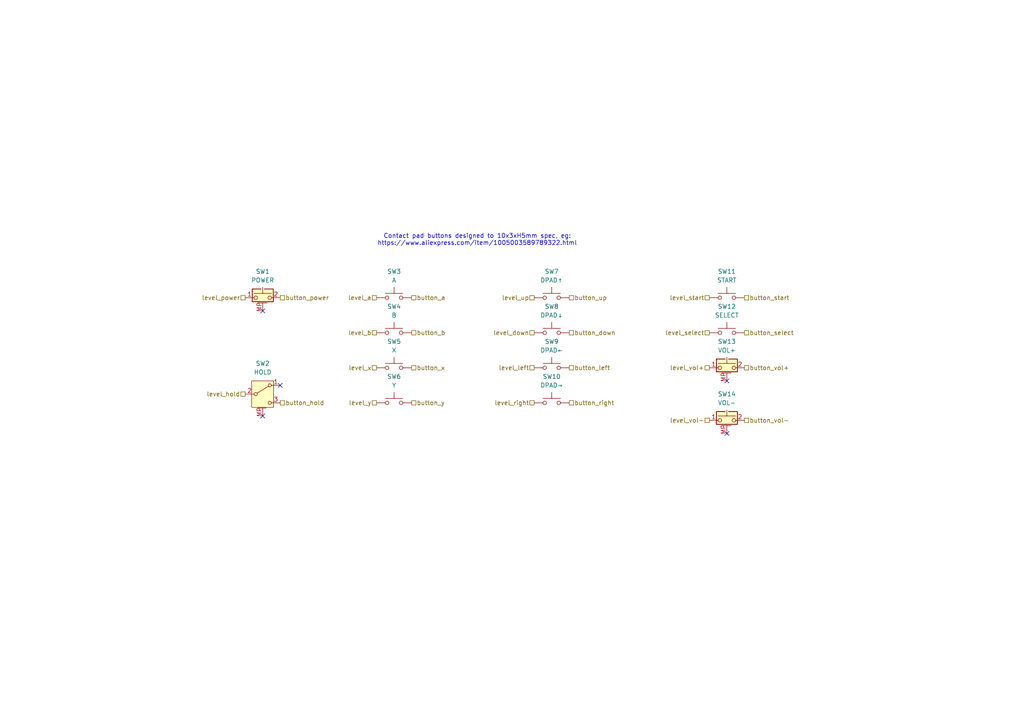
<source format=kicad_sch>
(kicad_sch (version 20250114) (generator "eeschema") (generator_version "9.0")
  (paper "A4")
  (title_block (title "Buttons") (date "2024-11-14") (rev "Rev1") (comment 1 "Author: Aidan MacDonald"))
  (lib_symbols
    (symbol "Switch:SW_Push" (pin_numbers (hide yes)) (pin_names (offset 1.016) (hide yes))
      (property "Reference" "SW" (at 1.27 2.54 0))
      (property "Value" "SW_Push" (at 0 -1.524 0))
      (symbol "SW_Push_0_1"
        (circle (center -2.032 0) (radius 0.508))
        (polyline (pts (xy 0 1.27) (xy 0 3.048)))
        (circle (center 2.032 0) (radius 0.508))
        (polyline (pts (xy 2.54 1.27) (xy -2.54 1.27)))
        (pin passive line (at -5.08 0 0) (length 2.54) (name "1") (number "1"))
        (pin passive line (at 5.08 0 180) (length 2.54) (name "2") (number "2"))
      )
    )
    (symbol "echoplayer:SW_Push_MountingPin" (pin_names (offset 1.016) (hide yes))
      (property "Reference" "SW" (at 4.318 2.032 0))
      (property "Value" "SW_Push_MountingPin" (at 0 4.572 0))
      (symbol "SW_Push_MountingPin_0_1"
        (circle (center -2.032 0) (radius 0.508))
        (polyline (pts (xy 0 1.27) (xy 0 3.048)))
        (polyline (pts (xy 0.508 2.54) (xy 3.048 2.54) (xy 3.048 -1.143) (xy -3.048 -1.143) (xy -3.048 2.54) (xy -0.508 2.54)) (stroke (width -0.0254)))
        (polyline (pts (xy 0.508 2.54) (xy 3.048 2.54) (xy 3.048 -1.143) (xy -3.048 -1.143) (xy -3.048 2.54) (xy -0.508 2.54)) (stroke (width 0.254)))
        (polyline (pts (xy 1.27 -1.524) (xy -1.27 -1.524)))
        (circle (center 2.032 0) (radius 0.508))
        (polyline (pts (xy 2.54 1.27) (xy -2.54 1.27)))
        (pin passive line (at -5.08 0 0) (length 2.54) (name "1") (number "1"))
        (pin passive line (at 5.08 0 180) (length 2.54) (name "2") (number "2"))
      )
      (symbol "SW_Push_MountingPin_1_1"
        (rectangle (start -3.048 2.54) (end 3.048 -1.27) (stroke (width -0.0254)) (fill (type background)))
        (pin passive line (at 0 -3.81 90) (length 2.286) (name "B") (number "MP"))
      )
    )
    (symbol "echoplayer:SW_SPDT_MountingPin" (pin_names (offset 0) (hide yes))
      (property "Reference" "SW" (at 0 5.08 0))
      (property "Value" "SW_SPDT_MountingPin" (at 0 -9.398 0))
      (symbol "SW_SPDT_MountingPin_0_1"
        (circle (center -2.032 0) (radius 0.4572))
        (polyline (pts (xy -1.651 0.254) (xy 1.651 2.286)))
        (polyline (pts (xy -1.27 -4.064) (xy 1.016 -4.064)))
        (circle (center 2.032 2.54) (radius 0.4572))
        (circle (center 2.032 -2.54) (radius 0.4572))
      )
      (symbol "SW_SPDT_MountingPin_1_1"
        (rectangle (start -3.175 3.81) (end 3.175 -3.81) (fill (type background)))
        (pin passive line (at -5.08 0 0) (length 2.54) (name "B") (number "2"))
        (pin passive line (at 0 -6.35 90) (length 2.286) (name "MP") (number "MP"))
        (pin passive line (at 5.08 2.54 180) (length 2.54) (name "A") (number "1"))
        (pin passive line (at 5.08 -2.54 180) (length 2.54) (name "C") (number "3"))
      )
    )
  )
  (text "Contact pad buttons designed to 10x3xH5mm spec, eg:\nhttps://www.aliexpress.com/item/1005003589789322.html" (at 138.43 69.596 0) (effects (font (size 1.27 1.27))))
  (no_connect (at 76.2 90.17))
  (no_connect (at 81.28 111.76))
  (no_connect (at 210.82 125.73))
  (no_connect (at 76.2 120.65))
  (no_connect (at 210.82 110.49))
  (hierarchical_label "button_right" (shape passive) (at 165.1 116.84 0))
  (hierarchical_label "button_a" (shape passive) (at 119.38 86.36 0))
  (hierarchical_label "button_hold" (shape passive) (at 81.28 116.84 0))
  (hierarchical_label "level_down" (shape passive) (at 154.94 96.52 180))
  (hierarchical_label "level_left" (shape passive) (at 154.94 106.68 180))
  (hierarchical_label "button_power" (shape passive) (at 81.28 86.36 0))
  (hierarchical_label "level_b" (shape passive) (at 109.22 96.52 180))
  (hierarchical_label "level_select" (shape passive) (at 205.74 96.52 180))
  (hierarchical_label "button_b" (shape passive) (at 119.38 96.52 0))
  (hierarchical_label "button_x" (shape passive) (at 119.38 106.68 0))
  (hierarchical_label "level_power" (shape passive) (at 71.12 86.36 180))
  (hierarchical_label "level_up" (shape passive) (at 154.94 86.36 180))
  (hierarchical_label "button_start" (shape passive) (at 215.9 86.36 0))
  (hierarchical_label "button_vol+" (shape passive) (at 215.9 106.68 0))
  (hierarchical_label "button_left" (shape passive) (at 165.1 106.68 0))
  (hierarchical_label "level_vol+" (shape passive) (at 205.74 106.68 180))
  (hierarchical_label "button_vol-" (shape passive) (at 215.9 121.92 0))
  (hierarchical_label "level_hold" (shape passive) (at 71.12 114.3 180))
  (hierarchical_label "button_y" (shape passive) (at 119.38 116.84 0))
  (hierarchical_label "button_select" (shape passive) (at 215.9 96.52 0))
  (hierarchical_label "button_down" (shape passive) (at 165.1 96.52 0))
  (hierarchical_label "level_y" (shape passive) (at 109.22 116.84 180))
  (hierarchical_label "button_up" (shape passive) (at 165.1 86.36 0))
  (hierarchical_label "level_x" (shape passive) (at 109.22 106.68 180))
  (hierarchical_label "level_right" (shape passive) (at 154.94 116.84 180))
  (hierarchical_label "level_a" (shape passive) (at 109.22 86.36 180))
  (hierarchical_label "level_vol-" (shape passive) (at 205.74 121.92 180))
  (hierarchical_label "level_start" (shape passive) (at 205.74 86.36 180))
  (symbol (lib_id "Switch:SW_Push") (at 114.3 96.52 0) (unit 1)
    (property "Reference" "SW4" (at 114.3 88.9 0))
    (property "Value" "B" (at 114.3 91.44 0))
    (property "Footprint" "echoplayer:Switch_ContactPad_10x3mm_Cross" (effects (hide yes)))
    (property "Description" "Push button switch, generic, two pins" (effects (hide yes)))
  )
  (symbol (lib_id "Switch:SW_Push") (at 210.82 96.52 0) (unit 1)
    (property "Reference" "SW12" (at 210.82 88.9 0))
    (property "Value" "SELECT" (at 210.82 91.44 0))
    (property "Footprint" "echoplayer:Switch_XUNPU_TS-1088-AR" (effects (hide yes)))
    (property "Datasheet" "https://www.lcsc.com/datasheet/lcsc_datasheet_2409302330_XUNPU-TS-1088-AR02016_C720477.pdf" (effects (hide yes)))
    (property "Description" "Push button switch, generic, two pins" (effects (hide yes)))
    (property "LCSC#" "C720477" (effects (hide yes)))
  )
  (symbol (lib_id "Switch:SW_Push") (at 160.02 86.36 0) (unit 1)
    (property "Reference" "SW7" (at 160.02 78.74 0))
    (property "Value" "DPAD↑" (at 160.02 81.28 0))
    (property "Footprint" "echoplayer:Switch_ContactPad_10x3mm_Cross" (effects (hide yes)))
    (property "Description" "Push button switch, generic, two pins" (effects (hide yes)))
  )
  (symbol (lib_id "Switch:SW_Push") (at 114.3 106.68 0) (unit 1)
    (property "Reference" "SW5" (at 114.3 99.06 0))
    (property "Value" "X" (at 114.3 101.6 0))
    (property "Footprint" "echoplayer:Switch_ContactPad_10x3mm_Cross" (effects (hide yes)))
    (property "Description" "Push button switch, generic, two pins" (effects (hide yes)))
  )
  (symbol (lib_id "echoplayer:SW_Push_MountingPin") (at 210.82 106.68 0) (unit 1)
    (property "Reference" "SW13" (at 210.82 99.06 0))
    (property "Value" "VOL+" (at 210.82 101.6 0))
    (property "Footprint" "echoplayer:Switch_XKB_TS-1010-C-A" (effects (hide yes)))
    (property "Description" "Generic push-button switch, two contact pins and shield pin(s)" (effects (hide yes)))
    (property "LCSC#" "C318941" (effects (hide yes)))
  )
  (symbol (lib_id "echoplayer:SW_SPDT_MountingPin") (at 76.2 114.3 0) (unit 1)
    (property "Reference" "SW2" (at 76.2 105.41 0))
    (property "Value" "HOLD" (at 76.2 107.95 0))
    (property "Footprint" "echoplayer:Switch_SHOUHAN_MSK12C02-HB" (effects (hide yes)))
    (property "Description" "Switch, single pole double throw" (effects (hide yes)))
    (property "LCSC#" "C431541" (effects (hide yes)))
  )
  (symbol (lib_id "echoplayer:SW_Push_MountingPin") (at 76.2 86.36 0) (unit 1)
    (property "Reference" "SW1" (at 76.2 78.74 0))
    (property "Value" "POWER" (at 76.2 81.28 0))
    (property "Footprint" "echoplayer:Switch_XKB_TS-1010-C-A" (effects (hide yes)))
    (property "Description" "Generic push-button switch, two contact pins and shield pin(s)" (effects (hide yes)))
    (property "LCSC#" "C318941" (effects (hide yes)))
  )
  (symbol (lib_id "Switch:SW_Push") (at 210.82 86.36 0) (unit 1)
    (property "Reference" "SW11" (at 210.82 78.74 0))
    (property "Value" "START" (at 210.82 81.28 0))
    (property "Footprint" "echoplayer:Switch_XUNPU_TS-1088-AR" (effects (hide yes)))
    (property "Datasheet" "https://www.lcsc.com/datasheet/lcsc_datasheet_2409302330_XUNPU-TS-1088-AR02016_C720477.pdf" (effects (hide yes)))
    (property "Description" "Push button switch, generic, two pins" (effects (hide yes)))
    (property "LCSC#" "C720477" (effects (hide yes)))
  )
  (symbol (lib_id "echoplayer:SW_Push_MountingPin") (at 210.82 121.92 0) (unit 1)
    (property "Reference" "SW14" (at 210.82 114.3 0))
    (property "Value" "VOL-" (at 210.82 116.84 0))
    (property "Footprint" "echoplayer:Switch_XKB_TS-1010-C-A" (effects (hide yes)))
    (property "Description" "Generic push-button switch, two contact pins and shield pin(s)" (effects (hide yes)))
    (property "LCSC#" "C318941" (effects (hide yes)))
  )
  (symbol (lib_id "Switch:SW_Push") (at 160.02 116.84 0) (unit 1)
    (property "Reference" "SW10" (at 160.02 109.22 0))
    (property "Value" "DPAD→" (at 160.02 111.76 0))
    (property "Footprint" "echoplayer:Switch_ContactPad_10x3mm_Cross" (effects (hide yes)))
    (property "Description" "Push button switch, generic, two pins" (effects (hide yes)))
  )
  (symbol (lib_id "Switch:SW_Push") (at 114.3 116.84 0) (unit 1)
    (property "Reference" "SW6" (at 114.3 109.22 0))
    (property "Value" "Y" (at 114.3 111.76 0))
    (property "Footprint" "echoplayer:Switch_ContactPad_10x3mm_Cross" (effects (hide yes)))
    (property "Description" "Push button switch, generic, two pins" (effects (hide yes)))
  )
  (symbol (lib_id "Switch:SW_Push") (at 160.02 106.68 0) (unit 1)
    (property "Reference" "SW9" (at 160.02 99.06 0))
    (property "Value" "DPAD←" (at 160.02 101.6 0))
    (property "Footprint" "echoplayer:Switch_ContactPad_10x3mm_Cross" (effects (hide yes)))
    (property "Description" "Push button switch, generic, two pins" (effects (hide yes)))
  )
  (symbol (lib_id "Switch:SW_Push") (at 114.3 86.36 0) (unit 1)
    (property "Reference" "SW3" (at 114.3 78.74 0))
    (property "Value" "A" (at 114.3 81.28 0))
    (property "Footprint" "echoplayer:Switch_ContactPad_10x3mm_Cross" (effects (hide yes)))
    (property "Description" "Push button switch, generic, two pins" (effects (hide yes)))
  )
  (symbol (lib_id "Switch:SW_Push") (at 160.02 96.52 0) (unit 1)
    (property "Reference" "SW8" (at 160.02 88.9 0))
    (property "Value" "DPAD↓" (at 160.02 91.44 0))
    (property "Footprint" "echoplayer:Switch_ContactPad_10x3mm_Cross" (effects (hide yes)))
    (property "Description" "Push button switch, generic, two pins" (effects (hide yes)))
  )
)
</source>
